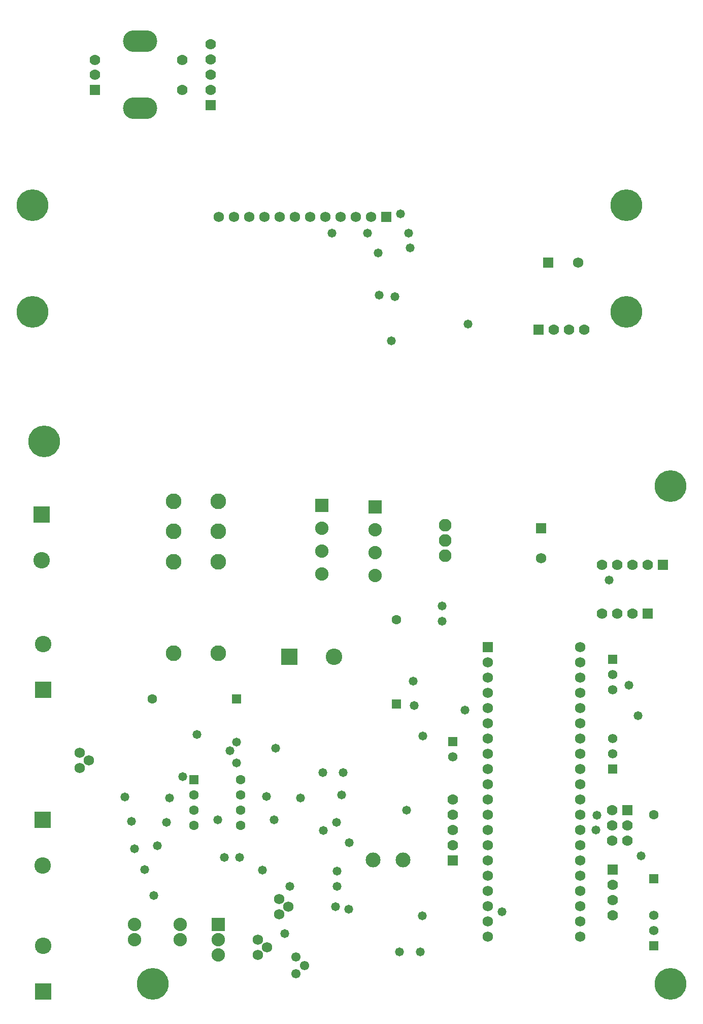
<source format=gbs>
G04*
G04 #@! TF.GenerationSoftware,Altium Limited,Altium Designer,23.4.1 (23)*
G04*
G04 Layer_Color=16711935*
%FSLAX44Y44*%
%MOMM*%
G71*
G04*
G04 #@! TF.SameCoordinates,2680DE8E-D3BC-4794-95DD-0B2387E44050*
G04*
G04*
G04 #@! TF.FilePolarity,Negative*
G04*
G01*
G75*
%ADD18C,1.7780*%
%ADD19R,1.7780X1.7780*%
%ADD20R,1.7780X1.7780*%
G04:AMPARAMS|DCode=21|XSize=3.6068mm|YSize=5.715mm|CornerRadius=1.8034mm|HoleSize=0mm|Usage=FLASHONLY|Rotation=90.000|XOffset=0mm|YOffset=0mm|HoleType=Round|Shape=RoundedRectangle|*
%AMROUNDEDRECTD21*
21,1,3.6068,2.1082,0,0,90.0*
21,1,0.0000,5.7150,0,0,90.0*
1,1,3.6068,1.0541,0.0000*
1,1,3.6068,1.0541,0.0000*
1,1,3.6068,-1.0541,0.0000*
1,1,3.6068,-1.0541,0.0000*
%
%ADD21ROUNDEDRECTD21*%
%ADD22R,1.5748X1.5748*%
%ADD23C,1.5748*%
%ADD24R,2.2352X2.2352*%
%ADD25C,2.2352*%
%ADD26R,1.7272X1.7272*%
%ADD27C,1.7272*%
%ADD28C,5.2832*%
%ADD29R,2.7432X2.7432*%
%ADD30C,2.7432*%
%ADD31R,2.7432X2.7432*%
%ADD32R,1.6002X1.6002*%
%ADD33C,1.6002*%
%ADD34C,1.5494*%
%ADD35C,2.6162*%
%ADD36C,2.4892*%
%ADD37C,2.1082*%
%ADD38R,1.6002X1.6002*%
%ADD39C,1.4732*%
%ADD40R,1.7272X1.7272*%
D18*
X1023620Y695960D02*
D03*
X1049020D02*
D03*
X1074420D02*
D03*
X1041400Y218440D02*
D03*
Y193040D02*
D03*
Y243840D02*
D03*
X1040130Y368300D02*
D03*
Y342900D02*
D03*
X1065530Y317500D02*
D03*
X1040130D02*
D03*
X1065530Y342900D02*
D03*
X993648Y1169162D02*
D03*
X942848D02*
D03*
X968248D02*
D03*
X178054Y1593850D02*
D03*
Y1618850D02*
D03*
X323054Y1568850D02*
D03*
Y1618850D02*
D03*
X774700Y386080D02*
D03*
Y360680D02*
D03*
Y335280D02*
D03*
Y309880D02*
D03*
X1023620Y777240D02*
D03*
X1049020D02*
D03*
X1074420D02*
D03*
X1099820D02*
D03*
X371094Y1568450D02*
D03*
Y1593850D02*
D03*
Y1619250D02*
D03*
Y1644650D02*
D03*
D19*
X1099820Y695960D02*
D03*
X917448Y1169162D02*
D03*
X1125220Y777240D02*
D03*
D20*
X1041400Y269240D02*
D03*
X1065530Y368300D02*
D03*
X178054Y1568850D02*
D03*
X774700Y284480D02*
D03*
X371094Y1543050D02*
D03*
D21*
X253054Y1537850D02*
D03*
Y1649850D02*
D03*
D22*
X774446Y482600D02*
D03*
X1041400Y619760D02*
D03*
Y436880D02*
D03*
X1109980Y142240D02*
D03*
D23*
X774446Y457200D02*
D03*
X1041400Y594360D02*
D03*
Y568960D02*
D03*
Y462280D02*
D03*
Y487680D02*
D03*
X1109980Y167640D02*
D03*
Y193040D02*
D03*
D24*
X556260Y876300D02*
D03*
X645160Y873760D02*
D03*
X383540Y177800D02*
D03*
D25*
X556260Y838200D02*
D03*
Y800100D02*
D03*
Y762000D02*
D03*
X645160Y835660D02*
D03*
Y797560D02*
D03*
Y759460D02*
D03*
X383540Y152400D02*
D03*
Y127000D02*
D03*
X243840Y177800D02*
D03*
Y152400D02*
D03*
X320040D02*
D03*
Y177800D02*
D03*
D26*
X833120Y640080D02*
D03*
X663448Y1357122D02*
D03*
X933488Y1280922D02*
D03*
D27*
X833120Y614680D02*
D03*
Y589280D02*
D03*
Y563880D02*
D03*
Y538480D02*
D03*
Y513080D02*
D03*
Y487680D02*
D03*
Y462280D02*
D03*
Y436880D02*
D03*
Y411480D02*
D03*
Y386080D02*
D03*
Y360680D02*
D03*
Y335280D02*
D03*
Y309880D02*
D03*
Y284480D02*
D03*
Y259080D02*
D03*
Y233680D02*
D03*
Y208280D02*
D03*
Y182880D02*
D03*
Y157480D02*
D03*
X987420D02*
D03*
Y182880D02*
D03*
Y208280D02*
D03*
Y233680D02*
D03*
Y259080D02*
D03*
Y284480D02*
D03*
Y309880D02*
D03*
Y335280D02*
D03*
Y360680D02*
D03*
Y386080D02*
D03*
Y411480D02*
D03*
Y436880D02*
D03*
Y462280D02*
D03*
Y487680D02*
D03*
Y513080D02*
D03*
Y538480D02*
D03*
Y563880D02*
D03*
Y589280D02*
D03*
Y614680D02*
D03*
Y640080D02*
D03*
X152400Y463550D02*
D03*
X167640Y450850D02*
D03*
X152400Y438150D02*
D03*
X384048Y1357122D02*
D03*
X409448D02*
D03*
X434848D02*
D03*
X460248D02*
D03*
X485648D02*
D03*
X511048D02*
D03*
X536448D02*
D03*
X561848D02*
D03*
X587248D02*
D03*
X612648D02*
D03*
X638048D02*
D03*
X449580Y127000D02*
D03*
X464820Y139700D02*
D03*
X449580Y152400D02*
D03*
X485140Y194310D02*
D03*
X500380Y207010D02*
D03*
X485140Y219710D02*
D03*
X983488Y1280922D02*
D03*
X922020Y788200D02*
D03*
D28*
X92710Y982980D02*
D03*
X1137920Y908050D02*
D03*
Y78740D02*
D03*
X274320D02*
D03*
X1064260Y1376680D02*
D03*
Y1198880D02*
D03*
X73660D02*
D03*
Y1376680D02*
D03*
D29*
X91440Y568960D02*
D03*
X90170Y351790D02*
D03*
X91440Y66040D02*
D03*
X88900Y861060D02*
D03*
D30*
X91440Y645160D02*
D03*
X90170Y275590D02*
D03*
X91440Y142240D02*
D03*
X88900Y784860D02*
D03*
X576650Y623570D02*
D03*
D31*
X501650D02*
D03*
D32*
X680720Y544800D02*
D03*
X1109980Y253680D02*
D03*
D33*
X680720Y685800D02*
D03*
X421000Y419100D02*
D03*
Y393700D02*
D03*
Y368300D02*
D03*
Y342900D02*
D03*
X342900D02*
D03*
Y368300D02*
D03*
Y393700D02*
D03*
X1109980Y360680D02*
D03*
X273020Y553720D02*
D03*
D34*
X513080Y95250D02*
D03*
X527050Y109220D02*
D03*
X513080Y123190D02*
D03*
D35*
X383540Y629720D02*
D03*
Y782320D02*
D03*
Y832720D02*
D03*
Y883120D02*
D03*
X308540D02*
D03*
Y832720D02*
D03*
Y782320D02*
D03*
Y629720D02*
D03*
D36*
X691388Y285496D02*
D03*
X641350D02*
D03*
D37*
X762000Y843480D02*
D03*
Y817480D02*
D03*
Y792480D02*
D03*
D38*
X342900Y419100D02*
D03*
X414020Y553720D02*
D03*
D39*
X393700Y289560D02*
D03*
X419100D02*
D03*
X581660Y266700D02*
D03*
Y241300D02*
D03*
X756920Y683260D02*
D03*
Y708660D02*
D03*
X281940Y308610D02*
D03*
X260350Y269240D02*
D03*
X1083310Y525272D02*
D03*
X1088390Y292100D02*
D03*
X1013491Y334998D02*
D03*
X1014730Y359410D02*
D03*
X243840Y303530D02*
D03*
X709930Y542290D02*
D03*
X579120Y207010D02*
D03*
X457200Y267970D02*
D03*
X723900Y191770D02*
D03*
X414020Y481330D02*
D03*
X476250Y351790D02*
D03*
X478790Y471170D02*
D03*
X323850Y424180D02*
D03*
X1068070Y576580D02*
D03*
X703580Y1305560D02*
D03*
X701040Y1329690D02*
D03*
X650240Y1296670D02*
D03*
X671830Y1150620D02*
D03*
X601980Y313690D02*
D03*
X589280Y393700D02*
D03*
X580390Y347980D02*
D03*
X591820Y430530D02*
D03*
X558800Y334010D02*
D03*
X557530Y430530D02*
D03*
X414020Y447040D02*
D03*
X402590Y467360D02*
D03*
X697230Y368300D02*
D03*
X720090Y132080D02*
D03*
X685800D02*
D03*
X600710Y203200D02*
D03*
X494030Y162560D02*
D03*
X275590Y226060D02*
D03*
X227330Y389890D02*
D03*
X382270Y351790D02*
D03*
X520700Y388620D02*
D03*
X856824Y198673D02*
D03*
X724535Y491490D02*
D03*
X800100Y1178560D02*
D03*
X632460Y1329690D02*
D03*
X572770D02*
D03*
X708660Y582930D02*
D03*
X795020Y534670D02*
D03*
X1035050Y751840D02*
D03*
X238760Y349250D02*
D03*
X302260Y388620D02*
D03*
X502920Y241300D02*
D03*
X463550Y391160D02*
D03*
X297180Y347980D02*
D03*
X347980Y494030D02*
D03*
X678434Y1224026D02*
D03*
X687578Y1362202D02*
D03*
X651764Y1226312D02*
D03*
D40*
X922020Y838200D02*
D03*
M02*

</source>
